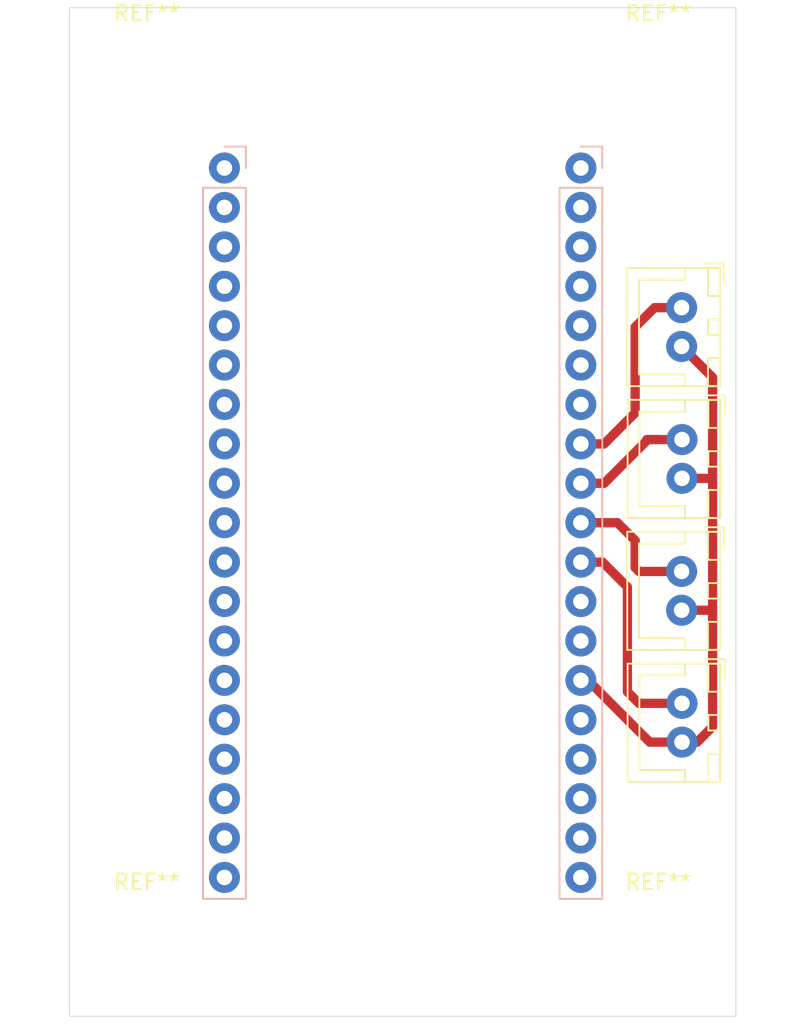
<source format=kicad_pcb>
(kicad_pcb (version 20241229) (generator "pcbnew") (generator_version "9.0")
  (layers (0 "F.Cu" signal) (2 "B.Cu" signal) (13 "F.Paste" user) (15 "B.Paste" user) (5 "F.SilkS" user "F.Silkscreen") (7 "B.SilkS" user "B.Silkscreen") (1 "F.Mask" user) (3 "B.Mask" user) (25 "Edge.Cuts" user))
  (net 0 "")
  (footprint "Connector_JST:JST_XH_B2B-XH-A_1x02_P2.50mm_Vertical" (layer "F.Cu") (at 160.5 60 -90)
    (property "Reference" "J2" (hide yes))
    (property "Value" "Conn_01x02_Socket" (hide yes))
    (fp_line (start -2.56 3.51) (end 5.06 3.51) (stroke (width 0.12)) (layer "F.SilkS"))
    (fp_line (start 5.06 3.51) (end 5.06 -2.46) (stroke (width 0.12)) (layer "F.SilkS"))
    (fp_line (start -1.8 2.75) (end 1.25 2.75) (stroke (width 0.12)) (layer "F.SilkS"))
    (fp_line (start 4.3 2.75) (end 1.25 2.75) (stroke (width 0.12)) (layer "F.SilkS"))
    (fp_line (start -2.55 -0.2) (end -1.8 -0.2) (stroke (width 0.12)) (layer "F.SilkS"))
    (fp_line (start -1.8 -0.2) (end -1.8 2.75) (stroke (width 0.12)) (layer "F.SilkS"))
    (fp_line (start 4.3 -0.2) (end 4.3 2.75) (stroke (width 0.12)) (layer "F.SilkS"))
    (fp_line (start 5.05 -0.2) (end 4.3 -0.2) (stroke (width 0.12)) (layer "F.SilkS"))
    (fp_line (start -2.55 -1.7) (end -0.75 -1.7) (stroke (width 0.12)) (layer "F.SilkS"))
    (fp_line (start -0.75 -1.7) (end -0.75 -2.45) (stroke (width 0.12)) (layer "F.SilkS"))
    (fp_line (start 0.75 -1.7) (end 1.75 -1.7) (stroke (width 0.12)) (layer "F.SilkS"))
    (fp_line (start 1.75 -1.7) (end 1.75 -2.45) (stroke (width 0.12)) (layer "F.SilkS"))
    (fp_line (start 3.25 -1.7) (end 5.05 -1.7) (stroke (width 0.12)) (layer "F.SilkS"))
    (fp_line (start 5.05 -1.7) (end 5.05 -2.45) (stroke (width 0.12)) (layer "F.SilkS"))
    (fp_line (start -2.55 -2.45) (end -2.55 -1.7) (stroke (width 0.12)) (layer "F.SilkS"))
    (fp_line (start -0.75 -2.45) (end -2.55 -2.45) (stroke (width 0.12)) (layer "F.SilkS"))
    (fp_line (start 0.75 -2.45) (end 0.75 -1.7) (stroke (width 0.12)) (layer "F.SilkS"))
    (fp_line (start 1.75 -2.45) (end 0.75 -2.45) (stroke (width 0.12)) (layer "F.SilkS"))
    (fp_line (start 3.25 -2.45) (end 3.25 -1.7) (stroke (width 0.12)) (layer "F.SilkS"))
    (fp_line (start 5.05 -2.45) (end 3.25 -2.45) (stroke (width 0.12)) (layer "F.SilkS"))
    (fp_line (start -2.56 -2.46) (end -2.56 3.51) (stroke (width 0.12)) (layer "F.SilkS"))
    (fp_line (start 5.06 -2.46) (end -2.56 -2.46) (stroke (width 0.12)) (layer "F.SilkS"))
    (fp_line (start -2.85 -2.75) (end -2.85 -1.5) (stroke (width 0.12)) (layer "F.SilkS"))
    (fp_line (start -1.6 -2.75) (end -2.85 -2.75) (stroke (width 0.12)) (layer "F.SilkS"))
    (pad "1" thru_hole circle (at 0 0 270) (size 2 2) (drill 1) (layers "*.Cu" "*.Mask"))
    (pad "2" thru_hole circle (at 2.5 0 270) (size 2 2) (drill 1) (layers "*.Cu" "*.Mask"))
  )
  (footprint "MountingHole:MountingHole_3.2mm_M3" (layer "F.Cu") (at 126 101.17)
    (property "Reference" "REF**" (at 0 -4.15 0) (layer "F.SilkS"))
    (property "Value" "MountingHole_3.2mm_M3")
    (pad "" np_thru_hole circle (at 0 0) (size 3.2 3.2) (drill 3.2) (layers "*.Cu" "*.Mask"))
  )
  (footprint "MountingHole:MountingHole_3.2mm_M3" (layer "F.Cu") (at 159 45.17)
    (property "Reference" "REF**" (at 0 -4.15 0) (layer "F.SilkS"))
    (property "Value" "MountingHole_3.2mm_M3")
    (pad "" np_thru_hole circle (at 0 0) (size 3.2 3.2) (drill 3.2) (layers "*.Cu" "*.Mask"))
  )
  (footprint "MountingHole:MountingHole_3.2mm_M3" (layer "F.Cu") (at 159 101.17)
    (property "Reference" "REF**" (at 0 -4.15 0) (layer "F.SilkS"))
    (property "Value" "MountingHole_3.2mm_M3")
    (pad "" np_thru_hole circle (at 0 0) (size 3.2 3.2) (drill 3.2) (layers "*.Cu" "*.Mask"))
  )
  (footprint "Connector_JST:JST_XH_B2B-XH-A_1x02_P2.50mm_Vertical" (layer "F.Cu") (at 160.525 85.5 -90)
    (property "Reference" "J2" (hide yes))
    (property "Value" "Conn_01x02_Socket" (hide yes))
    (fp_line (start -2.56 3.51) (end 5.06 3.51) (stroke (width 0.12)) (layer "F.SilkS"))
    (fp_line (start 5.06 3.51) (end 5.06 -2.46) (stroke (width 0.12)) (layer "F.SilkS"))
    (fp_line (start -1.8 2.75) (end 1.25 2.75) (stroke (width 0.12)) (layer "F.SilkS"))
    (fp_line (start 4.3 2.75) (end 1.25 2.75) (stroke (width 0.12)) (layer "F.SilkS"))
    (fp_line (start -2.55 -0.2) (end -1.8 -0.2) (stroke (width 0.12)) (layer "F.SilkS"))
    (fp_line (start -1.8 -0.2) (end -1.8 2.75) (stroke (width 0.12)) (layer "F.SilkS"))
    (fp_line (start 4.3 -0.2) (end 4.3 2.75) (stroke (width 0.12)) (layer "F.SilkS"))
    (fp_line (start 5.05 -0.2) (end 4.3 -0.2) (stroke (width 0.12)) (layer "F.SilkS"))
    (fp_line (start -2.55 -1.7) (end -0.75 -1.7) (stroke (width 0.12)) (layer "F.SilkS"))
    (fp_line (start -0.75 -1.7) (end -0.75 -2.45) (stroke (width 0.12)) (layer "F.SilkS"))
    (fp_line (start 0.75 -1.7) (end 1.75 -1.7) (stroke (width 0.12)) (layer "F.SilkS"))
    (fp_line (start 1.75 -1.7) (end 1.75 -2.45) (stroke (width 0.12)) (layer "F.SilkS"))
    (fp_line (start 3.25 -1.7) (end 5.05 -1.7) (stroke (width 0.12)) (layer "F.SilkS"))
    (fp_line (start 5.05 -1.7) (end 5.05 -2.45) (stroke (width 0.12)) (layer "F.SilkS"))
    (fp_line (start -2.55 -2.45) (end -2.55 -1.7) (stroke (width 0.12)) (layer "F.SilkS"))
    (fp_line (start -0.75 -2.45) (end -2.55 -2.45) (stroke (width 0.12)) (layer "F.SilkS"))
    (fp_line (start 0.75 -2.45) (end 0.75 -1.7) (stroke (width 0.12)) (layer "F.SilkS"))
    (fp_line (start 1.75 -2.45) (end 0.75 -2.45) (stroke (width 0.12)) (layer "F.SilkS"))
    (fp_line (start 3.25 -2.45) (end 3.25 -1.7) (stroke (width 0.12)) (layer "F.SilkS"))
    (fp_line (start 5.05 -2.45) (end 3.25 -2.45) (stroke (width 0.12)) (layer "F.SilkS"))
    (fp_line (start -2.56 -2.46) (end -2.56 3.51) (stroke (width 0.12)) (layer "F.SilkS"))
    (fp_line (start 5.06 -2.46) (end -2.56 -2.46) (stroke (width 0.12)) (layer "F.SilkS"))
    (fp_line (start -2.85 -2.75) (end -2.85 -1.5) (stroke (width 0.12)) (layer "F.SilkS"))
    (fp_line (start -1.6 -2.75) (end -2.85 -2.75) (stroke (width 0.12)) (layer "F.SilkS"))
    (pad "1" thru_hole circle (at 0 0 270) (size 2 2) (drill 1) (layers "*.Cu" "*.Mask"))
    (pad "2" thru_hole circle (at 2.5 0 270) (size 2 2) (drill 1) (layers "*.Cu" "*.Mask"))
  )
  (footprint "Connector_JST:JST_XH_B2B-XH-A_1x02_P2.50mm_Vertical" (layer "F.Cu") (at 160.525 68.5 -90)
    (property "Reference" "J2" (hide yes))
    (property "Value" "Conn_01x02_Socket" (hide yes))
    (fp_line (start -2.56 3.51) (end 5.06 3.51) (stroke (width 0.12)) (layer "F.SilkS"))
    (fp_line (start 5.06 3.51) (end 5.06 -2.46) (stroke (width 0.12)) (layer "F.SilkS"))
    (fp_line (start -1.8 2.75) (end 1.25 2.75) (stroke (width 0.12)) (layer "F.SilkS"))
    (fp_line (start 4.3 2.75) (end 1.25 2.75) (stroke (width 0.12)) (layer "F.SilkS"))
    (fp_line (start -2.55 -0.2) (end -1.8 -0.2) (stroke (width 0.12)) (layer "F.SilkS"))
    (fp_line (start -1.8 -0.2) (end -1.8 2.75) (stroke (width 0.12)) (layer "F.SilkS"))
    (fp_line (start 4.3 -0.2) (end 4.3 2.75) (stroke (width 0.12)) (layer "F.SilkS"))
    (fp_line (start 5.05 -0.2) (end 4.3 -0.2) (stroke (width 0.12)) (layer "F.SilkS"))
    (fp_line (start -2.55 -1.7) (end -0.75 -1.7) (stroke (width 0.12)) (layer "F.SilkS"))
    (fp_line (start -0.75 -1.7) (end -0.75 -2.45) (stroke (width 0.12)) (layer "F.SilkS"))
    (fp_line (start 0.75 -1.7) (end 1.75 -1.7) (stroke (width 0.12)) (layer "F.SilkS"))
    (fp_line (start 1.75 -1.7) (end 1.75 -2.45) (stroke (width 0.12)) (layer "F.SilkS"))
    (fp_line (start 3.25 -1.7) (end 5.05 -1.7) (stroke (width 0.12)) (layer "F.SilkS"))
    (fp_line (start 5.05 -1.7) (end 5.05 -2.45) (stroke (width 0.12)) (layer "F.SilkS"))
    (fp_line (start -2.55 -2.45) (end -2.55 -1.7) (stroke (width 0.12)) (layer "F.SilkS"))
    (fp_line (start -0.75 -2.45) (end -2.55 -2.45) (stroke (width 0.12)) (layer "F.SilkS"))
    (fp_line (start 0.75 -2.45) (end 0.75 -1.7) (stroke (width 0.12)) (layer "F.SilkS"))
    (fp_line (start 1.75 -2.45) (end 0.75 -2.45) (stroke (width 0.12)) (layer "F.SilkS"))
    (fp_line (start 3.25 -2.45) (end 3.25 -1.7) (stroke (width 0.12)) (layer "F.SilkS"))
    (fp_line (start 5.05 -2.45) (end 3.25 -2.45) (stroke (width 0.12)) (layer "F.SilkS"))
    (fp_line (start -2.56 -2.46) (end -2.56 3.51) (stroke (width 0.12)) (layer "F.SilkS"))
    (fp_line (start 5.06 -2.46) (end -2.56 -2.46) (stroke (width 0.12)) (layer "F.SilkS"))
    (fp_line (start -2.85 -2.75) (end -2.85 -1.5) (stroke (width 0.12)) (layer "F.SilkS"))
    (fp_line (start -1.6 -2.75) (end -2.85 -2.75) (stroke (width 0.12)) (layer "F.SilkS"))
    (pad "1" thru_hole circle (at 0 0 270) (size 2 2) (drill 1) (layers "*.Cu" "*.Mask"))
    (pad "2" thru_hole circle (at 2.5 0 270) (size 2 2) (drill 1) (layers "*.Cu" "*.Mask"))
  )
  (footprint "Connector_JST:JST_XH_B2B-XH-A_1x02_P2.50mm_Vertical" (layer "F.Cu") (at 160.5 77 -90)
    (property "Reference" "J2" (hide yes))
    (property "Value" "Conn_01x02_Socket" (hide yes))
    (fp_line (start -2.56 3.51) (end 5.06 3.51) (stroke (width 0.12)) (layer "F.SilkS"))
    (fp_line (start 5.06 3.51) (end 5.06 -2.46) (stroke (width 0.12)) (layer "F.SilkS"))
    (fp_line (start -1.8 2.75) (end 1.25 2.75) (stroke (width 0.12)) (layer "F.SilkS"))
    (fp_line (start 4.3 2.75) (end 1.25 2.75) (stroke (width 0.12)) (layer "F.SilkS"))
    (fp_line (start -2.55 -0.2) (end -1.8 -0.2) (stroke (width 0.12)) (layer "F.SilkS"))
    (fp_line (start -1.8 -0.2) (end -1.8 2.75) (stroke (width 0.12)) (layer "F.SilkS"))
    (fp_line (start 4.3 -0.2) (end 4.3 2.75) (stroke (width 0.12)) (layer "F.SilkS"))
    (fp_line (start 5.05 -0.2) (end 4.3 -0.2) (stroke (width 0.12)) (layer "F.SilkS"))
    (fp_line (start -2.55 -1.7) (end -0.75 -1.7) (stroke (width 0.12)) (layer "F.SilkS"))
    (fp_line (start -0.75 -1.7) (end -0.75 -2.45) (stroke (width 0.12)) (layer "F.SilkS"))
    (fp_line (start 0.75 -1.7) (end 1.75 -1.7) (stroke (width 0.12)) (layer "F.SilkS"))
    (fp_line (start 1.75 -1.7) (end 1.75 -2.45) (stroke (width 0.12)) (layer "F.SilkS"))
    (fp_line (start 3.25 -1.7) (end 5.05 -1.7) (stroke (width 0.12)) (layer "F.SilkS"))
    (fp_line (start 5.05 -1.7) (end 5.05 -2.45) (stroke (width 0.12)) (layer "F.SilkS"))
    (fp_line (start -2.55 -2.45) (end -2.55 -1.7) (stroke (width 0.12)) (layer "F.SilkS"))
    (fp_line (start -0.75 -2.45) (end -2.55 -2.45) (stroke (width 0.12)) (layer "F.SilkS"))
    (fp_line (start 0.75 -2.45) (end 0.75 -1.7) (stroke (width 0.12)) (layer "F.SilkS"))
    (fp_line (start 1.75 -2.45) (end 0.75 -2.45) (stroke (width 0.12)) (layer "F.SilkS"))
    (fp_line (start 3.25 -2.45) (end 3.25 -1.7) (stroke (width 0.12)) (layer "F.SilkS"))
    (fp_line (start 5.05 -2.45) (end 3.25 -2.45) (stroke (width 0.12)) (layer "F.SilkS"))
    (fp_line (start -2.56 -2.46) (end -2.56 3.51) (stroke (width 0.12)) (layer "F.SilkS"))
    (fp_line (start 5.06 -2.46) (end -2.56 -2.46) (stroke (width 0.12)) (layer "F.SilkS"))
    (fp_line (start -2.85 -2.75) (end -2.85 -1.5) (stroke (width 0.12)) (layer "F.SilkS"))
    (fp_line (start -1.6 -2.75) (end -2.85 -2.75) (stroke (width 0.12)) (layer "F.SilkS"))
    (pad "1" thru_hole circle (at 0 0 270) (size 2 2) (drill 1) (layers "*.Cu" "*.Mask"))
    (pad "2" thru_hole circle (at 2.5 0 270) (size 2 2) (drill 1) (layers "*.Cu" "*.Mask"))
  )
  (footprint "MountingHole:MountingHole_3.2mm_M3" (layer "F.Cu") (at 126 45.17)
    (property "Reference" "REF**" (at 0 -4.15 0) (layer "F.SilkS"))
    (property "Value" "MountingHole_3.2mm_M3")
    (pad "" np_thru_hole circle (at 0 0) (size 3.2 3.2) (drill 3.2) (layers "*.Cu" "*.Mask"))
  )
  (footprint "Connector_PinHeader_2.54mm:PinHeader_1x19_P2.54mm_Vertical" (layer "B.Cu") (at 131 51 180)
    (property "Reference" "REF**" (hide yes))
    (property "Value" "PinHeader_1x19_P2.54mm_Vertical" (hide yes))
    (fp_line (start 1.38 -1.27) (end 1.38 -47.1) (stroke (width 0.12)) (layer "B.SilkS"))
    (fp_line (start -1.38 1.38) (end 0 1.38) (stroke (width 0.12)) (layer "B.SilkS"))
    (fp_line (start -1.38 0) (end -1.38 1.38) (stroke (width 0.12)) (layer "B.SilkS"))
    (fp_line (start -1.38 -1.27) (end 1.38 -1.27) (stroke (width 0.12)) (layer "B.SilkS"))
    (fp_line (start -1.38 -1.27) (end -1.38 -47.1) (stroke (width 0.12)) (layer "B.SilkS"))
    (fp_line (start -1.38 -47.1) (end 1.38 -47.1) (stroke (width 0.12)) (layer "B.SilkS"))
    (pad "1" thru_hole circle (at 0 0 180) (size 2 2) (drill 1) (layers "*.Cu" "*.Mask"))
    (pad "2" thru_hole circle (at 0 -2.54 180) (size 2 2) (drill 1) (layers "*.Cu" "*.Mask"))
    (pad "3" thru_hole circle (at 0 -5.08 180) (size 2 2) (drill 1) (layers "*.Cu" "*.Mask"))
    (pad "4" thru_hole circle (at 0 -7.62 180) (size 2 2) (drill 1) (layers "*.Cu" "*.Mask"))
    (pad "5" thru_hole circle (at 0 -10.16 180) (size 2 2) (drill 1) (layers "*.Cu" "*.Mask"))
    (pad "6" thru_hole circle (at 0 -12.7 180) (size 2 2) (drill 1) (layers "*.Cu" "*.Mask"))
    (pad "7" thru_hole circle (at 0 -15.24 180) (size 2 2) (drill 1) (layers "*.Cu" "*.Mask"))
    (pad "8" thru_hole circle (at 0 -17.78 180) (size 2 2) (drill 1) (layers "*.Cu" "*.Mask"))
    (pad "9" thru_hole circle (at 0 -20.32 180) (size 2 2) (drill 1) (layers "*.Cu" "*.Mask"))
    (pad "10" thru_hole circle (at 0 -22.86 180) (size 2 2) (drill 1) (layers "*.Cu" "*.Mask"))
    (pad "11" thru_hole circle (at 0 -25.4 180) (size 2 2) (drill 1) (layers "*.Cu" "*.Mask"))
    (pad "12" thru_hole circle (at 0 -27.94 180) (size 2 2) (drill 1) (layers "*.Cu" "*.Mask"))
    (pad "13" thru_hole circle (at 0 -30.48 180) (size 2 2) (drill 1) (layers "*.Cu" "*.Mask"))
    (pad "14" thru_hole circle (at 0 -33.02 180) (size 2 2) (drill 1) (layers "*.Cu" "*.Mask"))
    (pad "15" thru_hole circle (at 0 -35.56 180) (size 2 2) (drill 1) (layers "*.Cu" "*.Mask"))
    (pad "16" thru_hole circle (at 0 -38.1 180) (size 2 2) (drill 1) (layers "*.Cu" "*.Mask"))
    (pad "17" thru_hole circle (at 0 -40.64 180) (size 2 2) (drill 1) (layers "*.Cu" "*.Mask"))
    (pad "18" thru_hole circle (at 0 -43.18 180) (size 2 2) (drill 1) (layers "*.Cu" "*.Mask"))
    (pad "19" thru_hole circle (at 0 -45.72 180) (size 2 2) (drill 1) (layers "*.Cu" "*.Mask"))
  )
  (footprint "Connector_PinHeader_2.54mm:PinHeader_1x19_P2.54mm_Vertical" (layer "B.Cu") (at 154 51 180)
    (property "Reference" "REF**" (hide yes))
    (property "Value" "PinHeader_1x19_P2.54mm_Vertical" (hide yes))
    (fp_line (start 1.38 -1.27) (end 1.38 -47.1) (stroke (width 0.12)) (layer "B.SilkS"))
    (fp_line (start -1.38 1.38) (end 0 1.38) (stroke (width 0.12)) (layer "B.SilkS"))
    (fp_line (start -1.38 0) (end -1.38 1.38) (stroke (width 0.12)) (layer "B.SilkS"))
    (fp_line (start -1.38 -1.27) (end 1.38 -1.27) (stroke (width 0.12)) (layer "B.SilkS"))
    (fp_line (start -1.38 -1.27) (end -1.38 -47.1) (stroke (width 0.12)) (layer "B.SilkS"))
    (fp_line (start -1.38 -47.1) (end 1.38 -47.1) (stroke (width 0.12)) (layer "B.SilkS"))
    (pad "1" thru_hole circle (at 0 0 180) (size 2 2) (drill 1) (layers "*.Cu" "*.Mask"))
    (pad "2" thru_hole circle (at 0 -2.54 180) (size 2 2) (drill 1) (layers "*.Cu" "*.Mask"))
    (pad "3" thru_hole circle (at 0 -5.08 180) (size 2 2) (drill 1) (layers "*.Cu" "*.Mask"))
    (pad "4" thru_hole circle (at 0 -7.62 180) (size 2 2) (drill 1) (layers "*.Cu" "*.Mask"))
    (pad "5" thru_hole circle (at 0 -10.16 180) (size 2 2) (drill 1) (layers "*.Cu" "*.Mask"))
    (pad "6" thru_hole circle (at 0 -12.7 180) (size 2 2) (drill 1) (layers "*.Cu" "*.Mask"))
    (pad "7" thru_hole circle (at 0 -15.24 180) (size 2 2) (drill 1) (layers "*.Cu" "*.Mask"))
    (pad "8" thru_hole circle (at 0 -17.78 180) (size 2 2) (drill 1) (layers "*.Cu" "*.Mask"))
    (pad "9" thru_hole circle (at 0 -20.32 180) (size 2 2) (drill 1) (layers "*.Cu" "*.Mask"))
    (pad "10" thru_hole circle (at 0 -22.86 180) (size 2 2) (drill 1) (layers "*.Cu" "*.Mask"))
    (pad "11" thru_hole circle (at 0 -25.4 180) (size 2 2) (drill 1) (layers "*.Cu" "*.Mask"))
    (pad "12" thru_hole circle (at 0 -27.94 180) (size 2 2) (drill 1) (layers "*.Cu" "*.Mask"))
    (pad "13" thru_hole circle (at 0 -30.48 180) (size 2 2) (drill 1) (layers "*.Cu" "*.Mask"))
    (pad "14" thru_hole circle (at 0 -33.02 180) (size 2 2) (drill 1) (layers "*.Cu" "*.Mask"))
    (pad "15" thru_hole circle (at 0 -35.56 180) (size 2 2) (drill 1) (layers "*.Cu" "*.Mask"))
    (pad "16" thru_hole circle (at 0 -38.1 180) (size 2 2) (drill 1) (layers "*.Cu" "*.Mask"))
    (pad "17" thru_hole circle (at 0 -40.64 180) (size 2 2) (drill 1) (layers "*.Cu" "*.Mask"))
    (pad "18" thru_hole circle (at 0 -43.18 180) (size 2 2) (drill 1) (layers "*.Cu" "*.Mask"))
    (pad "19" thru_hole circle (at 0 -45.72 180) (size 2 2) (drill 1) (layers "*.Cu" "*.Mask"))
  )
  (gr_rect (start 121 40.67) (end 164 105.67) (stroke (width 0.05)) (fill no) (layer "Edge.Cuts"))
  (segment (start 157.5 66.78) (end 157.5 61.25) (width 0.6) (layer "F.Cu") (net 0))
  (segment (start 160.525 85.5) (end 157.75 85.5) (width 0.6) (layer "F.Cu") (net 0))
  (segment (start 157.75 85.5) (end 157 84.75) (width 0.6) (layer "F.Cu") (net 0))
  (segment (start 158.31456 68.50544) (end 159 68.50544) (width 0.6) (layer "F.Cu") (net 0))
  (segment (start 157 78) (end 155.4 76.4) (width 0.6) (layer "F.Cu") (net 0))
  (segment (start 160.5 79.5) (end 162.5 79.5) (width 0.6) (layer "F.Cu") (net 0))
  (segment (start 160.525 88) (end 158.442931 88) (width 0.6) (layer "F.Cu") (net 0))
  (segment (start 158.442931 88) (end 154.462931 84.02) (width 0.6) (layer "F.Cu") (net 0))
  (segment (start 155.5 71.32) (end 158.31456 68.50544) (width 0.6) (layer "F.Cu") (net 0))
  (segment (start 162.5 71) (end 162.5 79.5) (width 0.6) (layer "F.Cu") (net 0))
  (segment (start 155.4 76.4) (end 154 76.4) (width 0.6) (layer "F.Cu") (net 0))
  (segment (start 162.5 64.5) (end 162.5 71) (width 0.6) (layer "F.Cu") (net 0))
  (segment (start 157.5 76.75) (end 157.5 75) (width 0.6) (layer "F.Cu") (net 0))
  (segment (start 154 68.78) (end 155.5 68.78) (width 0.6) (layer "F.Cu") (net 0))
  (segment (start 157.5 75) (end 156.36 73.86) (width 0.6) (layer "F.Cu") (net 0))
  (segment (start 162.5 79.5) (end 162.5 87) (width 0.6) (layer "F.Cu") (net 0))
  (segment (start 160.5 77) (end 157.75 77) (width 0.6) (layer "F.Cu") (net 0))
  (segment (start 154 71.32) (end 155.5 71.32) (width 0.6) (layer "F.Cu") (net 0))
  (segment (start 157.5 61.25) (end 158.75 60) (width 0.6) (layer "F.Cu") (net 0))
  (segment (start 162.5 87) (end 161.5 88) (width 0.6) (layer "F.Cu") (net 0))
  (segment (start 158.24456 68.50544) (end 159 68.50544) (width 0.6) (layer "F.Cu") (net 0))
  (segment (start 158.75 60) (end 160.5 60) (width 0.6) (layer "F.Cu") (net 0))
  (segment (start 161.5 88) (end 160.525 88) (width 0.6) (layer "F.Cu") (net 0))
  (segment (start 160.5 62.5) (end 162.5 64.5) (width 0.6) (layer "F.Cu") (net 0))
  (segment (start 157.75 77) (end 157.5 76.75) (width 0.6) (layer "F.Cu") (net 0))
  (segment (start 160.51956 68.50544) (end 160.525 68.5) (width 0.2) (layer "F.Cu") (net 0))
  (segment (start 160.525 71) (end 162.5 71) (width 0.6) (layer "F.Cu") (net 0))
  (segment (start 155.5 68.78) (end 157.5 66.78) (width 0.6) (layer "F.Cu") (net 0))
  (segment (start 159 68.50544) (end 160.51956 68.50544) (width 0.6) (layer "F.Cu") (net 0))
  (segment (start 154.462931 84.02) (end 154 84.02) (width 0.6) (layer "F.Cu") (net 0))
  (segment (start 157 84.75) (end 157 78) (width 0.6) (layer "F.Cu") (net 0))
  (segment (start 156.36 73.86) (end 154 73.86) (width 0.6) (layer "F.Cu") (net 0))
)
</source>
